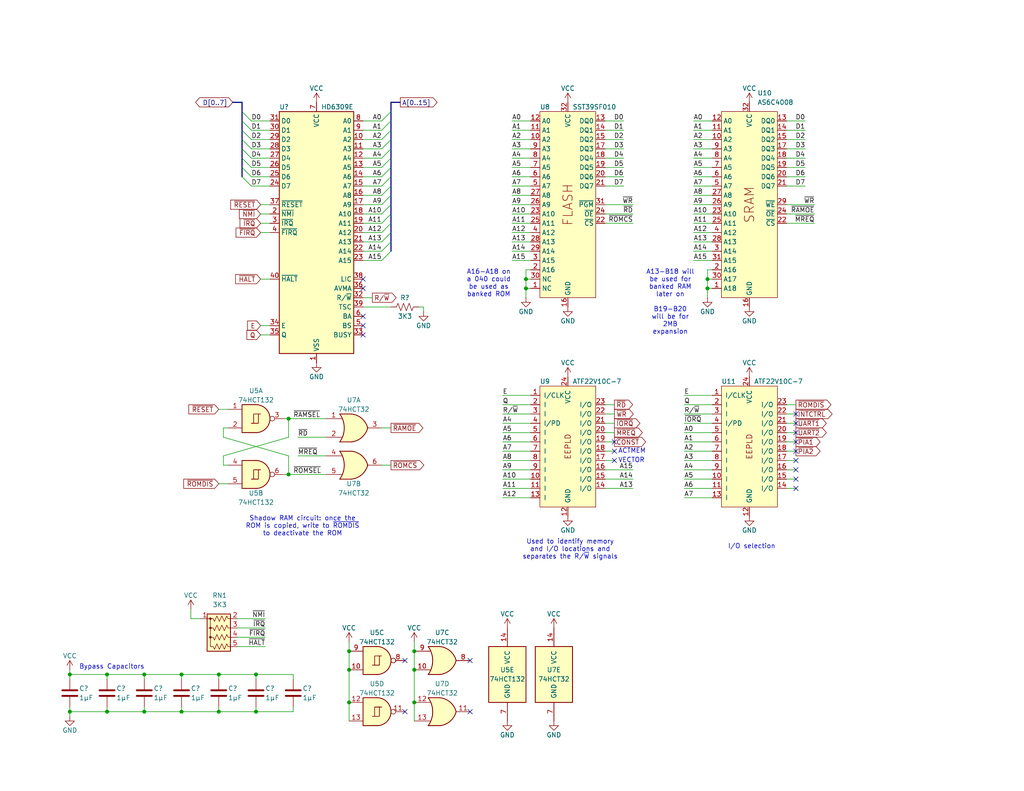
<source format=kicad_sch>
(kicad_sch (version 20230121) (generator eeschema)
  (paper "USLetter")
  (title_block (title "CPU, ROM and RAM") (date "2024-01-03") (rev "1.0") (company "Frédéric Segard") (comment 1 "MicroHobbyist") (comment 2 "www.microhobbyist.com"))
  (lib_symbols
    (symbol "0_Library:AS6C4008"
      (property "Reference" "U" (at -7.62 0.635 0))
      (property "Value" "AS6C4008" (at 1.27 0.635 0))
      (symbol "AS6C4008_0_0"
        (text "SRAM" (at 0 -25.4 900) (effects (font (size 2.54 2.54))))
        (pin power_in line (at 0 -53.34 90) (length 2.54) (name "GND") (number "16"))
        (pin power_in line (at 0 2.54 270) (length 2.54) (name "VCC") (number "32"))
      )
      (symbol "AS6C4008_1_1"
        (pin input line (at -10.16 -48.26 0) (length 2.54) (name "A18") (number "1"))
        (pin input line (at -10.16 -7.62 0) (length 2.54) (name "A2") (number "10"))
        (pin input line (at -10.16 -5.08 0) (length 2.54) (name "A1") (number "11"))
        (pin input line (at -10.16 -2.54 0) (length 2.54) (name "A0") (number "12"))
        (pin tri_state line (at 10.16 -2.54 180) (length 2.54) (name "DQ0") (number "13"))
        (pin tri_state line (at 10.16 -5.08 180) (length 2.54) (name "DQ1") (number "14"))
        (pin tri_state line (at 10.16 -7.62 180) (length 2.54) (name "DQ2") (number "15"))
        (pin tri_state line (at 10.16 -10.16 180) (length 2.54) (name "DQ3") (number "17"))
        (pin tri_state line (at 10.16 -12.7 180) (length 2.54) (name "DQ4") (number "18"))
        (pin tri_state line (at 10.16 -15.24 180) (length 2.54) (name "DQ5") (number "19"))
        (pin input line (at -10.16 -43.18 0) (length 2.54) (name "A16") (number "2"))
        (pin tri_state line (at 10.16 -17.78 180) (length 2.54) (name "DQ6") (number "20"))
        (pin tri_state line (at 10.16 -20.32 180) (length 2.54) (name "DQ7") (number "21"))
        (pin input line (at 10.16 -30.48 180) (length 2.54) (name "~{CS}") (number "22"))
        (pin input line (at -10.16 -27.94 0) (length 2.54) (name "A10") (number "23"))
        (pin input line (at 10.16 -27.94 180) (length 2.54) (name "~{OE}") (number "24"))
        (pin input line (at -10.16 -30.48 0) (length 2.54) (name "A11") (number "25"))
        (pin input line (at -10.16 -25.4 0) (length 2.54) (name "A9") (number "26"))
        (pin input line (at -10.16 -22.86 0) (length 2.54) (name "A8") (number "27"))
        (pin input line (at -10.16 -35.56 0) (length 2.54) (name "A13") (number "28"))
        (pin input line (at 10.16 -25.4 180) (length 2.54) (name "~{WE}") (number "29"))
        (pin input line (at -10.16 -38.1 0) (length 2.54) (name "A14") (number "3"))
        (pin input line (at -10.16 -45.72 0) (length 2.54) (name "A17") (number "30"))
        (pin input line (at -10.16 -40.64 0) (length 2.54) (name "A15") (number "31"))
        (pin input line (at -10.16 -33.02 0) (length 2.54) (name "A12") (number "4"))
        (pin input line (at -10.16 -20.32 0) (length 2.54) (name "A7") (number "5"))
        (pin input line (at -10.16 -17.78 0) (length 2.54) (name "A6") (number "6"))
        (pin input line (at -10.16 -15.24 0) (length 2.54) (name "A5") (number "7"))
        (pin input line (at -10.16 -12.7 0) (length 2.54) (name "A4") (number "8"))
        (pin input line (at -10.16 -10.16 0) (length 2.54) (name "A3") (number "9"))
      )
    )
    (symbol "0_Library:ATF22V10C" (pin_names (offset 1.016))
      (property "Reference" "U" (at -7.62 0 0))
      (property "Value" "ATF22V10C" (at 1.27 0 0))
      (symbol "ATF22V10C_0_0"
        (text "EEPLD" (at 0 -17.78 900) (effects (font (size 1.4986 1.4986))))
      )
      (symbol "ATF22V10C_1_1"
        (pin input line (at -10.16 -3.81 0) (length 2.54) (name "I/CLK") (number "1"))
        (pin input line (at -10.16 -26.67 0) (length 2.54) (name "I") (number "10"))
        (pin input line (at -10.16 -29.21 0) (length 2.54) (name "I") (number "11"))
        (pin power_in line (at 0 -36.83 90) (length 2.54) (name "GND") (number "12"))
        (pin input line (at -10.16 -31.75 0) (length 2.54) (name "I") (number "13"))
        (pin bidirectional line (at 10.16 -29.21 180) (length 2.54) (name "I/O") (number "14"))
        (pin bidirectional line (at 10.16 -26.67 180) (length 2.54) (name "I/O") (number "15"))
        (pin bidirectional line (at 10.16 -24.13 180) (length 2.54) (name "I/O") (number "16"))
        (pin bidirectional line (at 10.16 -21.59 180) (length 2.54) (name "I/O") (number "17"))
        (pin bidirectional line (at 10.16 -19.05 180) (length 2.54) (name "I/O") (number "18"))
        (pin bidirectional line (at 10.16 -16.51 180) (length 2.54) (name "I/O") (number "19"))
        (pin input line (at -10.16 -6.35 0) (length 2.54) (name "I") (number "2"))
        (pin bidirectional line (at 10.16 -13.97 180) (length 2.54) (name "I/O") (number "20"))
        (pin bidirectional line (at 10.16 -11.43 180) (length 2.54) (name "I/O") (number "21"))
        (pin bidirectional line (at 10.16 -8.89 180) (length 2.54) (name "I/O") (number "22"))
        (pin bidirectional line (at 10.16 -6.35 180) (length 2.54) (name "I/O") (number "23"))
        (pin power_in line (at 0 1.27 270) (length 2.54) (name "VCC") (number "24"))
        (pin input line (at -10.16 -8.89 0) (length 2.54) (name "I") (number "3"))
        (pin input line (at -10.16 -11.43 0) (length 2.54) (name "I/PD") (number "4"))
        (pin input line (at -10.16 -13.97 0) (length 2.54) (name "I") (number "5"))
        (pin input line (at -10.16 -16.51 0) (length 2.54) (name "I") (number "6"))
        (pin input line (at -10.16 -19.05 0) (length 2.54) (name "I") (number "7"))
        (pin input line (at -10.16 -21.59 0) (length 2.54) (name "I") (number "8"))
        (pin input line (at -10.16 -24.13 0) (length 2.54) (name "I") (number "9"))
      )
    )
    (symbol "0_Library:SST39SF010"
      (property "Reference" "U" (at -7.62 0 0))
      (property "Value" "SST39SF010" (at 1.27 0 0))
      (symbol "SST39SF010_0_0"
        (text "FLASH" (at 0 -25.4 900) (effects (font (size 2.54 2.54))))
        (pin power_in line (at 0 -53.34 90) (length 2.54) (name "GND") (number "16"))
        (pin power_in line (at 0 2.54 270) (length 2.54) (name "VCC") (number "32"))
      )
      (symbol "SST39SF010_1_1"
        (pin input line (at -10.16 -48.26 0) (length 2.54) (name "NC") (number "1"))
        (pin input line (at -10.16 -7.62 0) (length 2.54) (name "A2") (number "10"))
        (pin input line (at -10.16 -5.08 0) (length 2.54) (name "A1") (number "11"))
        (pin input line (at -10.16 -2.54 0) (length 2.54) (name "A0") (number "12"))
        (pin tri_state line (at 10.16 -2.54 180) (length 2.54) (name "DQ0") (number "13"))
        (pin tri_state line (at 10.16 -5.08 180) (length 2.54) (name "DQ1") (number "14"))
        (pin tri_state line (at 10.16 -7.62 180) (length 2.54) (name "DQ2") (number "15"))
        (pin tri_state line (at 10.16 -10.16 180) (length 2.54) (name "DQ3") (number "17"))
        (pin tri_state line (at 10.16 -12.7 180) (length 2.54) (name "DQ4") (number "18"))
        (pin tri_state line (at 10.16 -15.24 180) (length 2.54) (name "DQ5") (number "19"))
        (pin input line (at -10.16 -43.18 0) (length 2.54) (name "A16") (number "2"))
        (pin tri_state line (at 10.16 -17.78 180) (length 2.54) (name "DQ6") (number "20"))
        (pin tri_state line (at 10.16 -20.32 180) (length 2.54) (name "DQ7") (number "21"))
        (pin input line (at 10.16 -30.48 180) (length 2.54) (name "~{CS}") (number "22"))
        (pin input line (at -10.16 -27.94 0) (length 2.54) (name "A10") (number "23"))
        (pin input line (at 10.16 -27.94 180) (length 2.54) (name "~{OE}") (number "24"))
        (pin input line (at -10.16 -30.48 0) (length 2.54) (name "A11") (number "25"))
        (pin input line (at -10.16 -25.4 0) (length 2.54) (name "A9") (number "26"))
        (pin input line (at -10.16 -22.86 0) (length 2.54) (name "A8") (number "27"))
        (pin input line (at -10.16 -35.56 0) (length 2.54) (name "A13") (number "28"))
        (pin input line (at -10.16 -38.1 0) (length 2.54) (name "A14") (number "29"))
        (pin input line (at -10.16 -40.64 0) (length 2.54) (name "A15") (number "3"))
        (pin input line (at -10.16 -45.72 0) (length 2.54) (name "NC") (number "30"))
        (pin input line (at 10.16 -25.4 180) (length 2.54) (name "~{PGM}") (number "31"))
        (pin input line (at -10.16 -33.02 0) (length 2.54) (name "A12") (number "4"))
        (pin input line (at -10.16 -20.32 0) (length 2.54) (name "A7") (number "5"))
        (pin input line (at -10.16 -17.78 0) (length 2.54) (name "A6") (number "6"))
        (pin input line (at -10.16 -15.24 0) (length 2.54) (name "A5") (number "7"))
        (pin input line (at -10.16 -12.7 0) (length 2.54) (name "A4") (number "8"))
        (pin input line (at -10.16 -10.16 0) (length 2.54) (name "A3") (number "9"))
      )
    )
    (symbol "74xx:74LS132" (pin_names (offset 1.016))
      (property "Reference" "U" (at 0 1.27 0))
      (property "Value" "74LS132" (at 0 -1.27 0))
      (symbol "74LS132_1_1"
        (pin input line (at -7.62 2.54 0) (length 3.81) (name "~") (number "1"))
        (pin input line (at -7.62 -2.54 0) (length 3.81) (name "~") (number "2"))
        (pin output inverted (at 7.62 0 180) (length 3.81) (name "~") (number "3"))
      )
      (symbol "74LS132_1_2"
        (pin input inverted (at -7.62 2.54 0) (length 4.318) (name "~") (number "1"))
        (pin input inverted (at -7.62 -2.54 0) (length 4.318) (name "~") (number "2"))
        (pin output line (at 7.62 0 180) (length 3.81) (name "~") (number "3"))
      )
      (symbol "74LS132_2_1"
        (pin input line (at -7.62 2.54 0) (length 3.81) (name "~") (number "4"))
        (pin input line (at -7.62 -2.54 0) (length 3.81) (name "~") (number "5"))
        (pin output inverted (at 7.62 0 180) (length 3.81) (name "~") (number "6"))
      )
      (symbol "74LS132_2_2"
        (pin input inverted (at -7.62 2.54 0) (length 4.318) (name "~") (number "4"))
        (pin input inverted (at -7.62 -2.54 0) (length 4.318) (name "~") (number "5"))
        (pin output line (at 7.62 0 180) (length 3.81) (name "~") (number "6"))
      )
      (symbol "74LS132_3_1"
        (pin input line (at -7.62 -2.54 0) (length 3.81) (name "~") (number "10"))
        (pin output inverted (at 7.62 0 180) (length 3.81) (name "~") (number "8"))
        (pin input line (at -7.62 2.54 0) (length 3.81) (name "~") (number "9"))
      )
      (symbol "74LS132_3_2"
        (pin input inverted (at -7.62 -2.54 0) (length 4.318) (name "~") (number "10"))
        (pin output line (at 7.62 0 180) (length 3.81) (name "~") (number "8"))
        (pin input inverted (at -7.62 2.54 0) (length 4.318) (name "~") (number "9"))
      )
      (symbol "74LS132_4_1"
        (pin output inverted (at 7.62 0 180) (length 3.81) (name "~") (number "11"))
        (pin input line (at -7.62 2.54 0) (length 3.81) (name "~") (number "12"))
        (pin input line (at -7.62 -2.54 0) (length 3.81) (name "~") (number "13"))
      )
      (symbol "74LS132_4_2"
        (pin output line (at 7.62 0 180) (length 3.81) (name "~") (number "11"))
        (pin input inverted (at -7.62 2.54 0) (length 4.318) (name "~") (number "12"))
        (pin input inverted (at -7.62 -2.54 0) (length 4.318) (name "~") (number "13"))
      )
      (symbol "74LS132_5_0"
        (pin power_in line (at 0 12.7 270) (length 5.08) (name "VCC") (number "14"))
        (pin power_in line (at 0 -12.7 90) (length 5.08) (name "GND") (number "7"))
      )
    )
    (symbol "74xx:74LS32" (pin_names (offset 1.016))
      (property "Reference" "U" (at 0 1.27 0))
      (property "Value" "74LS32" (at 0 -1.27 0))
      (symbol "74LS32_1_1"
        (pin input line (at -7.62 2.54 0) (length 4.318) (name "~") (number "1"))
        (pin input line (at -7.62 -2.54 0) (length 4.318) (name "~") (number "2"))
        (pin output line (at 7.62 0 180) (length 3.81) (name "~") (number "3"))
      )
      (symbol "74LS32_1_2"
        (pin input inverted (at -7.62 2.54 0) (length 3.81) (name "~") (number "1"))
        (pin input inverted (at -7.62 -2.54 0) (length 3.81) (name "~") (number "2"))
        (pin output inverted (at 7.62 0 180) (length 3.81) (name "~") (number "3"))
      )
      (symbol "74LS32_2_1"
        (pin input line (at -7.62 2.54 0) (length 4.318) (name "~") (number "4"))
        (pin input line (at -7.62 -2.54 0) (length 4.318) (name "~") (number "5"))
        (pin output line (at 7.62 0 180) (length 3.81) (name "~") (number "6"))
      )
      (symbol "74LS32_2_2"
        (pin input inverted (at -7.62 2.54 0) (length 3.81) (name "~") (number "4"))
        (pin input inverted (at -7.62 -2.54 0) (length 3.81) (name "~") (number "5"))
        (pin output inverted (at 7.62 0 180) (length 3.81) (name "~") (number "6"))
      )
      (symbol "74LS32_3_1"
        (pin input line (at -7.62 -2.54 0) (length 4.318) (name "~") (number "10"))
        (pin output line (at 7.62 0 180) (length 3.81) (name "~") (number "8"))
        (pin input line (at -7.62 2.54 0) (length 4.318) (name "~") (number "9"))
      )
      (symbol "74LS32_3_2"
        (pin input inverted (at -7.62 -2.54 0) (length 3.81) (name "~") (number "10"))
        (pin output inverted (at 7.62 0 180) (length 3.81) (name "~") (number "8"))
        (pin input inverted (at -7.62 2.54 0) (length 3.81) (name "~") (number "9"))
      )
      (symbol "74LS32_4_1"
        (pin output line (at 7.62 0 180) (length 3.81) (name "~") (number "11"))
        (pin input line (at -7.62 2.54 0) (length 4.318) (name "~") (number "12"))
        (pin input line (at -7.62 -2.54 0) (length 4.318) (name "~") (number "13"))
      )
      (symbol "74LS32_4_2"
        (pin output inverted (at 7.62 0 180) (length 3.81) (name "~") (number "11"))
        (pin input inverted (at -7.62 2.54 0) (length 3.81) (name "~") (number "12"))
        (pin input inverted (at -7.62 -2.54 0) (length 3.81) (name "~") (number "13"))
      )
      (symbol "74LS32_5_0"
        (pin power_in line (at 0 12.7 270) (length 5.08) (name "VCC") (number "14"))
        (pin power_in line (at 0 -12.7 90) (length 5.08) (name "GND") (number "7"))
      )
    )
    (symbol "CPU_NXP_6800:MC6809E"
      (property "Reference" "U" (at -7.62 34.544 0))
      (property "Value" "MC6809E" (at 10.16 34.544 0))
      (symbol "MC6809E_1_1"
        (pin power_in line (at 0 -35.56 90) (length 2.54) (name "VSS") (number "1"))
        (pin output line (at 12.7 25.4 180) (length 2.54) (name "A2") (number "10"))
        (pin output line (at 12.7 22.86 180) (length 2.54) (name "A3") (number "11"))
        (pin output line (at 12.7 20.32 180) (length 2.54) (name "A4") (number "12"))
        (pin output line (at 12.7 17.78 180) (length 2.54) (name "A5") (number "13"))
        (pin output line (at 12.7 15.24 180) (length 2.54) (name "A6") (number "14"))
        (pin output line (at 12.7 12.7 180) (length 2.54) (name "A7") (number "15"))
        (pin output line (at 12.7 10.16 180) (length 2.54) (name "A8") (number "16"))
        (pin output line (at 12.7 7.62 180) (length 2.54) (name "A9") (number "17"))
        (pin output line (at 12.7 5.08 180) (length 2.54) (name "A10") (number "18"))
        (pin output line (at 12.7 2.54 180) (length 2.54) (name "A11") (number "19"))
        (pin input line (at -12.7 5.08 0) (length 2.54) (name "~{NMI}") (number "2"))
        (pin output line (at 12.7 0 180) (length 2.54) (name "A12") (number "20"))
        (pin output line (at 12.7 -2.54 180) (length 2.54) (name "A13") (number "21"))
        (pin output line (at 12.7 -5.08 180) (length 2.54) (name "A14") (number "22"))
        (pin output line (at 12.7 -7.62 180) (length 2.54) (name "A15") (number "23"))
        (pin bidirectional line (at -12.7 12.7 0) (length 2.54) (name "D7") (number "24"))
        (pin bidirectional line (at -12.7 15.24 0) (length 2.54) (name "D6") (number "25"))
        (pin bidirectional line (at -12.7 17.78 0) (length 2.54) (name "D5") (number "26"))
        (pin bidirectional line (at -12.7 20.32 0) (length 2.54) (name "D4") (number "27"))
        (pin bidirectional line (at -12.7 22.86 0) (length 2.54) (name "D3") (number "28"))
        (pin bidirectional line (at -12.7 25.4 0) (length 2.54) (name "D2") (number "29"))
        (pin input line (at -12.7 2.54 0) (length 2.54) (name "~{IRQ}") (number "3"))
        (pin bidirectional line (at -12.7 27.94 0) (length 2.54) (name "D1") (number "30"))
        (pin bidirectional line (at -12.7 30.48 0) (length 2.54) (name "D0") (number "31"))
        (pin output line (at 12.7 -17.78 180) (length 2.54) (name "R/~{W}") (number "32"))
        (pin output line (at 12.7 -27.94 180) (length 2.54) (name "BUSY") (number "33"))
        (pin input line (at -12.7 -25.4 0) (length 2.54) (name "E") (number "34"))
        (pin input line (at -12.7 -27.94 0) (length 2.54) (name "Q") (number "35"))
        (pin output line (at 12.7 -15.24 180) (length 2.54) (name "AVMA") (number "36"))
        (pin input line (at -12.7 7.62 0) (length 2.54) (name "~{RESET}") (number "37"))
        (pin output line (at 12.7 -12.7 180) (length 2.54) (name "LIC") (number "38"))
        (pin output line (at 12.7 -20.32 180) (length 2.54) (name "TSC") (number "39"))
        (pin input line (at -12.7 0 0) (length 2.54) (name "~{FIRQ}") (number "4"))
        (pin input line (at -12.7 -12.7 0) (length 2.54) (name "~{HALT}") (number "40"))
        (pin output line (at 12.7 -25.4 180) (length 2.54) (name "BS") (number "5"))
        (pin output line (at 12.7 -22.86 180) (length 2.54) (name "BA") (number "6"))
        (pin power_in line (at 0 35.56 270) (length 2.54) (name "VCC") (number "7"))
        (pin output line (at 12.7 30.48 180) (length 2.54) (name "A0") (number "8"))
        (pin output line (at 12.7 27.94 180) (length 2.54) (name "A1") (number "9"))
      )
    )
    (symbol "Device:C" (pin_numbers hide) (pin_names (offset 0.254))
      (property "Reference" "C" (at 0.635 2.54 0))
      (property "Value" "C" (at 0.635 -2.54 0))
      (symbol "C_1_1"
        (pin passive line (at 0 3.81 270) (length 2.794) (name "~") (number "1"))
        (pin passive line (at 0 -3.81 90) (length 2.794) (name "~") (number "2"))
      )
    )
    (symbol "Device:R_Network04_US" (pin_names (offset 0) hide)
      (property "Reference" "RN" (at -7.62 0 90))
      (property "Value" "R_Network04_US" (at 5.08 0 90))
      (symbol "R_Network04_US_1_1"
        (pin passive line (at -5.08 5.08 270) (length 2.54) (name "common") (number "1"))
        (pin passive line (at -5.08 -5.08 90) (length 1.27) (name "R1") (number "2"))
        (pin passive line (at -2.54 -5.08 90) (length 1.27) (name "R2") (number "3"))
        (pin passive line (at 0 -5.08 90) (length 1.27) (name "R3") (number "4"))
        (pin passive line (at 2.54 -5.08 90) (length 1.27) (name "R4") (number "5"))
      )
    )
    (symbol "Device:R_US" (pin_numbers hide) (pin_names (offset 0))
      (property "Reference" "R" (at 2.54 0 90))
      (property "Value" "R_US" (at -2.54 0 90))
      (symbol "R_US_1_1"
        (pin passive line (at 0 3.81 270) (length 1.27) (name "~") (number "1"))
        (pin passive line (at 0 -3.81 90) (length 1.27) (name "~") (number "2"))
      )
    )
    (symbol "power:GND" (power) (pin_names (offset 0))
      (property "Value" "GND" (at 0 -3.81 0))
      (symbol "GND_1_1"
        (pin power_in line (at 0 0 270) (length 0) hide (name "GND") (number "1"))
      )
    )
    (symbol "power:VCC" (power) (pin_names (offset 0))
      (property "Value" "VCC" (at 0 3.81 0))
      (symbol "VCC_1_1"
        (pin power_in line (at 0 0 90) (length 0) hide (name "VCC") (number "1"))
      )
    )
  )
  (junction (at 143.51 78.74))
  (junction (at 19.05 194.31))
  (junction (at 29.21 194.31))
  (junction (at 113.03 177.8))
  (junction (at 78.74 114.3))
  (junction (at 193.04 76.2))
  (junction (at 78.74 129.54))
  (junction (at 95.25 177.8))
  (junction (at 49.53 194.31))
  (junction (at 193.04 78.74))
  (junction (at 29.21 184.15))
  (junction (at 143.51 76.2))
  (junction (at 39.37 194.31))
  (junction (at 95.25 191.77))
  (junction (at 59.69 184.15))
  (junction (at 49.53 184.15))
  (junction (at 69.85 194.31))
  (junction (at 69.85 184.15))
  (junction (at 19.05 184.15))
  (junction (at 95.25 182.88))
  (junction (at 39.37 184.15))
  (junction (at 113.03 182.88))
  (junction (at 113.03 191.77))
  (junction (at 59.69 194.31))
  (no_connect (at 167.64 125.73))
  (no_connect (at 128.27 194.31))
  (no_connect (at 167.64 123.19))
  (no_connect (at 99.06 88.9))
  (no_connect (at 99.06 86.36))
  (no_connect (at 217.17 113.03))
  (no_connect (at 217.17 120.65))
  (no_connect (at 217.17 123.19))
  (no_connect (at 99.06 76.2))
  (no_connect (at 110.49 180.34))
  (no_connect (at 217.17 125.73))
  (no_connect (at 99.06 78.74))
  (no_connect (at 167.64 120.65))
  (no_connect (at 217.17 115.57))
  (no_connect (at 128.27 180.34))
  (no_connect (at 99.06 91.44))
  (no_connect (at 217.17 133.35))
  (no_connect (at 110.49 194.31))
  (no_connect (at 217.17 118.11))
  (no_connect (at 217.17 130.81))
  (no_connect (at 217.17 128.27))
  (bus_entry (at 106.68 40.64) (size -2.54 2.54))
  (bus_entry (at 106.68 55.88) (size -2.54 2.54))
  (bus_entry (at 66.04 35.56) (size 2.54 2.54))
  (bus_entry (at 106.68 68.58) (size -2.54 2.54))
  (bus_entry (at 66.04 43.18) (size 2.54 2.54))
  (bus_entry (at 106.68 43.18) (size -2.54 2.54))
  (bus_entry (at 106.68 45.72) (size -2.54 2.54))
  (bus_entry (at 106.68 38.1) (size -2.54 2.54))
  (bus_entry (at 66.04 30.48) (size 2.54 2.54))
  (bus_entry (at 106.68 58.42) (size -2.54 2.54))
  (bus_entry (at 106.68 33.02) (size -2.54 2.54))
  (bus_entry (at 106.68 53.34) (size -2.54 2.54))
  (bus_entry (at 106.68 60.96) (size -2.54 2.54))
  (bus_entry (at 106.68 30.48) (size -2.54 2.54))
  (bus_entry (at 66.04 38.1) (size 2.54 2.54))
  (bus_entry (at 106.68 63.5) (size -2.54 2.54))
  (bus_entry (at 66.04 40.64) (size 2.54 2.54))
  (bus_entry (at 106.68 48.26) (size -2.54 2.54))
  (bus_entry (at 66.04 48.26) (size 2.54 2.54))
  (bus_entry (at 106.68 66.04) (size -2.54 2.54))
  (bus_entry (at 66.04 33.02) (size 2.54 2.54))
  (bus_entry (at 106.68 35.56) (size -2.54 2.54))
  (bus_entry (at 106.68 50.8) (size -2.54 2.54))
  (bus_entry (at 66.04 45.72) (size 2.54 2.54))
  (wire (pts (xy 219.71 50.8) (xy 214.63 50.8)))
  (wire (pts (xy 186.69 113.03) (xy 194.31 113.03)))
  (wire (pts (xy 194.31 40.64) (xy 189.23 40.64)))
  (wire (pts (xy 137.16 113.03) (xy 144.78 113.03)))
  (wire (pts (xy 78.74 114.3) (xy 78.74 119.38)))
  (wire (pts (xy 194.31 50.8) (xy 189.23 50.8)))
  (wire (pts (xy 60.96 116.84) (xy 60.96 119.38)))
  (wire (pts (xy 214.63 55.88) (xy 222.25 55.88)))
  (wire (pts (xy 219.71 45.72) (xy 214.63 45.72)))
  (bus (pts (xy 106.68 48.26) (xy 106.68 45.72)))
  (wire (pts (xy 68.58 33.02) (xy 73.66 33.02)))
  (wire (pts (xy 95.25 177.8) (xy 95.25 182.88)))
  (wire (pts (xy 193.04 78.74) (xy 194.31 78.74)))
  (wire (pts (xy 106.68 83.82) (xy 99.06 83.82)))
  (wire (pts (xy 68.58 48.26) (xy 73.66 48.26)))
  (wire (pts (xy 115.57 83.82) (xy 114.3 83.82)))
  (wire (pts (xy 143.51 78.74) (xy 144.78 78.74)))
  (wire (pts (xy 59.69 193.04) (xy 59.69 194.31)))
  (wire (pts (xy 78.74 124.46) (xy 78.74 129.54)))
  (wire (pts (xy 144.78 45.72) (xy 139.7 45.72)))
  (wire (pts (xy 60.96 124.46) (xy 60.96 127)))
  (wire (pts (xy 214.63 60.96) (xy 222.25 60.96)))
  (wire (pts (xy 64.77 171.45) (xy 72.39 171.45)))
  (wire (pts (xy 64.77 168.91) (xy 72.39 168.91)))
  (wire (pts (xy 68.58 50.8) (xy 73.66 50.8)))
  (wire (pts (xy 214.63 118.11) (xy 217.17 118.11)))
  (wire (pts (xy 170.18 38.1) (xy 165.1 38.1)))
  (wire (pts (xy 99.06 58.42) (xy 104.14 58.42)))
  (wire (pts (xy 95.25 191.77) (xy 95.25 196.85)))
  (wire (pts (xy 71.12 76.2) (xy 73.66 76.2)))
  (wire (pts (xy 143.51 76.2) (xy 144.78 76.2)))
  (wire (pts (xy 219.71 33.02) (xy 214.63 33.02)))
  (wire (pts (xy 99.06 35.56) (xy 104.14 35.56)))
  (wire (pts (xy 99.06 81.28) (xy 101.6 81.28)))
  (wire (pts (xy 64.77 173.99) (xy 72.39 173.99)))
  (wire (pts (xy 99.06 63.5) (xy 104.14 63.5)))
  (wire (pts (xy 99.06 45.72) (xy 104.14 45.72)))
  (wire (pts (xy 165.1 130.81) (xy 172.72 130.81)))
  (wire (pts (xy 165.1 113.03) (xy 167.64 113.03)))
  (wire (pts (xy 113.03 191.77) (xy 113.03 196.85)))
  (wire (pts (xy 99.06 68.58) (xy 104.14 68.58)))
  (wire (pts (xy 214.63 128.27) (xy 217.17 128.27)))
  (wire (pts (xy 99.06 53.34) (xy 104.14 53.34)))
  (wire (pts (xy 59.69 132.08) (xy 62.23 132.08)))
  (bus (pts (xy 66.04 30.48) (xy 66.04 27.94)))
  (wire (pts (xy 189.23 71.12) (xy 194.31 71.12)))
  (wire (pts (xy 144.78 55.88) (xy 139.7 55.88)))
  (wire (pts (xy 193.04 76.2) (xy 193.04 78.74)))
  (wire (pts (xy 19.05 194.31) (xy 29.21 194.31)))
  (bus (pts (xy 106.68 43.18) (xy 106.68 40.64)))
  (wire (pts (xy 99.06 38.1) (xy 104.14 38.1)))
  (bus (pts (xy 63.5 27.94) (xy 66.04 27.94)))
  (wire (pts (xy 186.69 130.81) (xy 194.31 130.81)))
  (wire (pts (xy 71.12 91.44) (xy 73.66 91.44)))
  (wire (pts (xy 137.16 130.81) (xy 144.78 130.81)))
  (wire (pts (xy 144.78 50.8) (xy 139.7 50.8)))
  (bus (pts (xy 106.68 50.8) (xy 106.68 48.26)))
  (bus (pts (xy 106.68 63.5) (xy 106.68 60.96)))
  (wire (pts (xy 170.18 45.72) (xy 165.1 45.72)))
  (wire (pts (xy 143.51 78.74) (xy 143.51 81.28)))
  (wire (pts (xy 137.16 110.49) (xy 144.78 110.49)))
  (wire (pts (xy 99.06 66.04) (xy 104.14 66.04)))
  (bus (pts (xy 106.68 60.96) (xy 106.68 58.42)))
  (wire (pts (xy 59.69 184.15) (xy 59.69 185.42)))
  (wire (pts (xy 69.85 193.04) (xy 69.85 194.31)))
  (wire (pts (xy 113.03 175.26) (xy 113.03 177.8)))
  (wire (pts (xy 77.47 129.54) (xy 78.74 129.54)))
  (wire (pts (xy 39.37 184.15) (xy 49.53 184.15)))
  (bus (pts (xy 106.68 66.04) (xy 106.68 63.5)))
  (wire (pts (xy 95.25 182.88) (xy 95.25 191.77)))
  (wire (pts (xy 214.63 133.35) (xy 217.17 133.35)))
  (wire (pts (xy 144.78 35.56) (xy 139.7 35.56)))
  (wire (pts (xy 194.31 55.88) (xy 189.23 55.88)))
  (wire (pts (xy 144.78 58.42) (xy 139.7 58.42)))
  (wire (pts (xy 137.16 107.95) (xy 144.78 107.95)))
  (wire (pts (xy 194.31 60.96) (xy 189.23 60.96)))
  (wire (pts (xy 19.05 194.31) (xy 19.05 195.58)))
  (wire (pts (xy 144.78 33.02) (xy 139.7 33.02)))
  (wire (pts (xy 68.58 35.56) (xy 73.66 35.56)))
  (wire (pts (xy 186.69 120.65) (xy 194.31 120.65)))
  (wire (pts (xy 193.04 78.74) (xy 193.04 81.28)))
  (wire (pts (xy 194.31 33.02) (xy 189.23 33.02)))
  (wire (pts (xy 186.69 125.73) (xy 194.31 125.73)))
  (wire (pts (xy 219.71 43.18) (xy 214.63 43.18)))
  (wire (pts (xy 186.69 107.95) (xy 194.31 107.95)))
  (bus (pts (xy 106.68 33.02) (xy 106.68 30.48)))
  (wire (pts (xy 214.63 120.65) (xy 217.17 120.65)))
  (wire (pts (xy 68.58 45.72) (xy 73.66 45.72)))
  (wire (pts (xy 194.31 66.04) (xy 189.23 66.04)))
  (bus (pts (xy 66.04 48.26) (xy 66.04 45.72)))
  (wire (pts (xy 104.14 127) (xy 106.68 127)))
  (wire (pts (xy 186.69 110.49) (xy 194.31 110.49)))
  (wire (pts (xy 194.31 73.66) (xy 193.04 73.66)))
  (wire (pts (xy 143.51 76.2) (xy 143.51 78.74)))
  (wire (pts (xy 165.1 120.65) (xy 167.64 120.65)))
  (wire (pts (xy 59.69 194.31) (xy 69.85 194.31)))
  (wire (pts (xy 144.78 53.34) (xy 139.7 53.34)))
  (wire (pts (xy 193.04 76.2) (xy 194.31 76.2)))
  (wire (pts (xy 113.03 182.88) (xy 113.03 191.77)))
  (wire (pts (xy 170.18 50.8) (xy 165.1 50.8)))
  (wire (pts (xy 49.53 193.04) (xy 49.53 194.31)))
  (wire (pts (xy 194.31 35.56) (xy 189.23 35.56)))
  (wire (pts (xy 137.16 125.73) (xy 144.78 125.73)))
  (wire (pts (xy 194.31 38.1) (xy 189.23 38.1)))
  (wire (pts (xy 186.69 128.27) (xy 194.31 128.27)))
  (wire (pts (xy 219.71 40.64) (xy 214.63 40.64)))
  (wire (pts (xy 71.12 55.88) (xy 73.66 55.88)))
  (wire (pts (xy 104.14 116.84) (xy 106.68 116.84)))
  (wire (pts (xy 39.37 193.04) (xy 39.37 194.31)))
  (wire (pts (xy 144.78 68.58) (xy 139.7 68.58)))
  (wire (pts (xy 81.28 119.38) (xy 88.9 119.38)))
  (wire (pts (xy 186.69 115.57) (xy 194.31 115.57)))
  (wire (pts (xy 214.63 115.57) (xy 217.17 115.57)))
  (wire (pts (xy 214.63 123.19) (xy 217.17 123.19)))
  (wire (pts (xy 78.74 119.38) (xy 60.96 124.46)))
  (wire (pts (xy 165.1 55.88) (xy 172.72 55.88)))
  (wire (pts (xy 39.37 194.31) (xy 49.53 194.31)))
  (wire (pts (xy 144.78 48.26) (xy 139.7 48.26)))
  (bus (pts (xy 66.04 45.72) (xy 66.04 43.18)))
  (wire (pts (xy 165.1 125.73) (xy 167.64 125.73)))
  (wire (pts (xy 170.18 33.02) (xy 165.1 33.02)))
  (wire (pts (xy 59.69 184.15) (xy 69.85 184.15)))
  (wire (pts (xy 59.69 111.76) (xy 62.23 111.76)))
  (wire (pts (xy 115.57 85.09) (xy 115.57 83.82)))
  (bus (pts (xy 106.68 40.64) (xy 106.68 38.1)))
  (wire (pts (xy 137.16 128.27) (xy 144.78 128.27)))
  (bus (pts (xy 106.68 27.94) (xy 109.22 27.94)))
  (wire (pts (xy 194.31 48.26) (xy 189.23 48.26)))
  (wire (pts (xy 144.78 66.04) (xy 139.7 66.04)))
  (wire (pts (xy 165.1 128.27) (xy 172.72 128.27)))
  (wire (pts (xy 68.58 43.18) (xy 73.66 43.18)))
  (wire (pts (xy 71.12 88.9) (xy 73.66 88.9)))
  (wire (pts (xy 144.78 43.18) (xy 139.7 43.18)))
  (wire (pts (xy 29.21 193.04) (xy 29.21 194.31)))
  (wire (pts (xy 194.31 68.58) (xy 189.23 68.58)))
  (wire (pts (xy 99.06 71.12) (xy 104.14 71.12)))
  (wire (pts (xy 165.1 115.57) (xy 167.64 115.57)))
  (wire (pts (xy 71.12 63.5) (xy 73.66 63.5)))
  (wire (pts (xy 186.69 135.89) (xy 194.31 135.89)))
  (bus (pts (xy 66.04 43.18) (xy 66.04 40.64)))
  (wire (pts (xy 49.53 184.15) (xy 49.53 185.42)))
  (wire (pts (xy 69.85 194.31) (xy 80.01 194.31)))
  (wire (pts (xy 19.05 182.88) (xy 19.05 184.15)))
  (wire (pts (xy 165.1 110.49) (xy 167.64 110.49)))
  (wire (pts (xy 69.85 184.15) (xy 80.01 184.15)))
  (wire (pts (xy 186.69 123.19) (xy 194.31 123.19)))
  (wire (pts (xy 137.16 123.19) (xy 144.78 123.19)))
  (wire (pts (xy 99.06 50.8) (xy 104.14 50.8)))
  (bus (pts (xy 106.68 35.56) (xy 106.68 33.02)))
  (wire (pts (xy 172.72 133.35) (xy 165.1 133.35)))
  (wire (pts (xy 170.18 40.64) (xy 165.1 40.64)))
  (wire (pts (xy 77.47 114.3) (xy 78.74 114.3)))
  (wire (pts (xy 143.51 73.66) (xy 144.78 73.66)))
  (wire (pts (xy 194.31 58.42) (xy 189.23 58.42)))
  (wire (pts (xy 60.96 119.38) (xy 78.74 124.46)))
  (wire (pts (xy 139.7 71.12) (xy 144.78 71.12)))
  (wire (pts (xy 80.01 193.04) (xy 80.01 194.31)))
  (wire (pts (xy 214.63 110.49) (xy 217.17 110.49)))
  (bus (pts (xy 106.68 68.58) (xy 106.68 66.04)))
  (wire (pts (xy 144.78 38.1) (xy 139.7 38.1)))
  (wire (pts (xy 165.1 123.19) (xy 167.64 123.19)))
  (wire (pts (xy 62.23 116.84) (xy 60.96 116.84)))
  (wire (pts (xy 143.51 73.66) (xy 143.51 76.2)))
  (wire (pts (xy 165.1 60.96) (xy 172.72 60.96)))
  (wire (pts (xy 68.58 38.1) (xy 73.66 38.1)))
  (bus (pts (xy 106.68 53.34) (xy 106.68 50.8)))
  (wire (pts (xy 29.21 184.15) (xy 29.21 185.42)))
  (wire (pts (xy 186.69 133.35) (xy 194.31 133.35)))
  (bus (pts (xy 66.04 38.1) (xy 66.04 35.56)))
  (bus (pts (xy 66.04 35.56) (xy 66.04 33.02)))
  (wire (pts (xy 99.06 33.02) (xy 104.14 33.02)))
  (wire (pts (xy 95.25 175.26) (xy 95.25 177.8)))
  (wire (pts (xy 137.16 118.11) (xy 144.78 118.11)))
  (wire (pts (xy 52.07 166.37) (xy 52.07 168.91)))
  (wire (pts (xy 194.31 43.18) (xy 189.23 43.18)))
  (wire (pts (xy 64.77 176.53) (xy 72.39 176.53)))
  (wire (pts (xy 137.16 135.89) (xy 144.78 135.89)))
  (wire (pts (xy 194.31 63.5) (xy 189.23 63.5)))
  (wire (pts (xy 78.74 129.54) (xy 88.9 129.54)))
  (wire (pts (xy 219.71 38.1) (xy 214.63 38.1)))
  (wire (pts (xy 137.16 115.57) (xy 144.78 115.57)))
  (wire (pts (xy 49.53 184.15) (xy 59.69 184.15)))
  (wire (pts (xy 170.18 48.26) (xy 165.1 48.26)))
  (wire (pts (xy 219.71 48.26) (xy 214.63 48.26)))
  (wire (pts (xy 99.06 48.26) (xy 104.14 48.26)))
  (wire (pts (xy 144.78 40.64) (xy 139.7 40.64)))
  (wire (pts (xy 71.12 60.96) (xy 73.66 60.96)))
  (bus (pts (xy 106.68 30.48) (xy 106.68 27.94)))
  (wire (pts (xy 60.96 127) (xy 62.23 127)))
  (wire (pts (xy 170.18 43.18) (xy 165.1 43.18)))
  (wire (pts (xy 19.05 193.04) (xy 19.05 194.31)))
  (wire (pts (xy 68.58 40.64) (xy 73.66 40.64)))
  (wire (pts (xy 193.04 73.66) (xy 193.04 76.2)))
  (wire (pts (xy 80.01 184.15) (xy 80.01 185.42)))
  (wire (pts (xy 19.05 184.15) (xy 19.05 185.42)))
  (wire (pts (xy 144.78 63.5) (xy 139.7 63.5)))
  (wire (pts (xy 186.69 118.11) (xy 194.31 118.11)))
  (wire (pts (xy 194.31 53.34) (xy 189.23 53.34)))
  (wire (pts (xy 99.06 40.64) (xy 104.14 40.64)))
  (wire (pts (xy 170.18 35.56) (xy 165.1 35.56)))
  (wire (pts (xy 194.31 45.72) (xy 189.23 45.72)))
  (wire (pts (xy 214.63 58.42) (xy 222.25 58.42)))
  (bus (pts (xy 66.04 33.02) (xy 66.04 30.48)))
  (wire (pts (xy 29.21 184.15) (xy 39.37 184.15)))
  (wire (pts (xy 71.12 58.42) (xy 73.66 58.42)))
  (bus (pts (xy 106.68 38.1) (xy 106.68 35.56)))
  (wire (pts (xy 165.1 118.11) (xy 167.64 118.11)))
  (bus (pts (xy 106.68 45.72) (xy 106.68 43.18)))
  (wire (pts (xy 137.16 133.35) (xy 144.78 133.35)))
  (wire (pts (xy 99.06 43.18) (xy 104.14 43.18)))
  (wire (pts (xy 113.03 177.8) (xy 113.03 182.88)))
  (wire (pts (xy 137.16 120.65) (xy 144.78 120.65)))
  (bus (pts (xy 106.68 58.42) (xy 106.68 55.88)))
  (wire (pts (xy 81.28 124.46) (xy 88.9 124.46)))
  (wire (pts (xy 29.21 194.31) (xy 39.37 194.31)))
  (wire (pts (xy 144.78 60.96) (xy 139.7 60.96)))
  (bus (pts (xy 106.68 55.88) (xy 106.68 53.34)))
  (wire (pts (xy 99.06 60.96) (xy 104.14 60.96)))
  (wire (pts (xy 165.1 58.42) (xy 172.72 58.42)))
  (wire (pts (xy 214.63 113.03) (xy 217.17 113.03)))
  (wire (pts (xy 69.85 184.15) (xy 69.85 185.42)))
  (wire (pts (xy 214.63 125.73) (xy 217.17 125.73)))
  (wire (pts (xy 39.37 184.15) (xy 39.37 185.42)))
  (wire (pts (xy 99.06 55.88) (xy 104.14 55.88)))
  (wire (pts (xy 19.05 184.15) (xy 29.21 184.15)))
  (bus (pts (xy 66.04 40.64) (xy 66.04 38.1)))
  (wire (pts (xy 78.74 114.3) (xy 88.9 114.3)))
  (wire (pts (xy 219.71 35.56) (xy 214.63 35.56)))
  (wire (pts (xy 214.63 130.81) (xy 217.17 130.81)))
  (wire (pts (xy 52.07 168.91) (xy 54.61 168.91)))
  (wire (pts (xy 49.53 194.31) (xy 59.69 194.31)))
  (text_box "Used to identify memory and I/O locations and separates the R/~{W} signals" (at 140.97 146.05 0) (size 29.21 8.89) (stroke (width -0.0001)) (effects (font (size 1.27 1.27)) (justify top)))
  (text_box "A16-A18 on a 040 could be used as banked ROM" (at 125.73 72.39 0) (size 15.24 8.89) (stroke (width -0.0001)) (effects (font (size 1.27 1.27)) (justify top)))
  (text_box "Shadow RAM circuit: once the ROM is copied, write to ~{ROMDIS} to deactivate the ROM" (at 66.04 139.7 0) (size 33.02 7.62) (stroke (width -0.0001)) (effects (font (size 1.27 1.27)) (justify top)))
  (text_box "A13-B18 will be used for banked RAM later on\n\nB19-B20 will be for 2MB expansion" (at 175.26 72.39 0) (size 15.24 17.78) (stroke (width -0.0001)) (effects (font (size 1.27 1.27)) (justify top)))
  (text_box "I/O selection" (at 190.5 147.32 0) (size 29.21 8.89) (stroke (width -0.0001)) (effects (font (size 1.27 1.27)) (justify top)))
  (text "VECTOR" (at 168.656 126.492 0) (effects (font (size 1.27 1.27)) (justify left bottom)))
  (text "Bypass Capacitors" (at 21.59 182.88 0) (effects (font (size 1.27 1.27)) (justify left bottom)))
  (text "ACTMEM" (at 168.656 123.952 0) (effects (font (size 1.27 1.27)) (justify left bottom)))
  (label "A14" (at 189.23 68.58 0))
  (label "A9" (at 137.16 128.27 0))
  (label "A6" (at 137.16 120.65 0))
  (label "A10" (at 189.23 58.42 0))
  (label "E" (at 186.69 107.95 0))
  (label "A10" (at 104.14 58.42 180))
  (label "A2" (at 104.14 38.1 180))
  (label "A5" (at 139.7 45.72 0))
  (label "A5" (at 104.14 45.72 180))
  (label "A4" (at 137.16 115.57 0))
  (label "D7" (at 219.71 50.8 180))
  (label "D2" (at 170.18 38.1 180))
  (label "A2" (at 186.69 123.19 0))
  (label "A7" (at 137.16 123.19 0))
  (label "A15" (at 172.72 128.27 180))
  (label "A15" (at 189.23 71.12 0))
  (label "A8" (at 139.7 53.34 0))
  (label "D0" (at 170.18 33.02 180))
  (label "D1" (at 170.18 35.56 180))
  (label "D5" (at 170.18 45.72 180))
  (label "~{MREQ}" (at 222.25 60.96 180))
  (label "D0" (at 219.71 33.02 180))
  (label "A0" (at 139.7 33.02 0))
  (label "A14" (at 172.72 130.81 180))
  (label "A12" (at 104.14 63.5 180))
  (label "A8" (at 104.14 53.34 180))
  (label "D6" (at 219.71 48.26 180))
  (label "A6" (at 189.23 48.26 0))
  (label "~{WR}" (at 222.25 55.88 180))
  (label "A3" (at 189.23 40.64 0))
  (label "A10" (at 139.7 58.42 0))
  (label "A4" (at 104.14 43.18 180))
  (label "~{IRQ}" (at 72.39 171.45 180))
  (label "A4" (at 186.69 128.27 0))
  (label "A9" (at 104.14 55.88 180))
  (label "~{FIRQ}" (at 72.39 173.99 180))
  (label "A10" (at 137.16 130.81 0))
  (label "A9" (at 139.7 55.88 0))
  (label "A6" (at 139.7 48.26 0))
  (label "A11" (at 104.14 60.96 180))
  (label "A3" (at 104.14 40.64 180))
  (label "A7" (at 186.69 135.89 0))
  (label "A1" (at 189.23 35.56 0))
  (label "A5" (at 137.16 118.11 0))
  (label "D4" (at 68.58 43.18 0))
  (label "A14" (at 104.14 68.58 180))
  (label "D1" (at 219.71 35.56 180))
  (label "A9" (at 189.23 55.88 0))
  (label "A1" (at 186.69 120.65 0))
  (label "A13" (at 104.14 66.04 180))
  (label "A5" (at 186.69 130.81 0))
  (label "A0" (at 104.14 33.02 180))
  (label "~{RAMOE}" (at 222.25 58.42 180))
  (label "A11" (at 139.7 60.96 0))
  (label "A11" (at 189.23 60.96 0))
  (label "A8" (at 137.16 125.73 0))
  (label "D3" (at 68.58 40.64 0))
  (label "~{NMI}" (at 72.39 168.91 180))
  (label "~{MREQ}" (at 81.28 124.46 0))
  (label "A15" (at 104.14 71.12 180))
  (label "D4" (at 219.71 43.18 180))
  (label "D6" (at 170.18 48.26 180))
  (label "D2" (at 219.71 38.1 180))
  (label "A11" (at 137.16 133.35 0))
  (label "D5" (at 219.71 45.72 180))
  (label "A3" (at 139.7 40.64 0))
  (label "A12" (at 189.23 63.5 0))
  (label "A7" (at 139.7 50.8 0))
  (label "A13" (at 139.7 66.04 0))
  (label "A13" (at 189.23 66.04 0))
  (label "E" (at 137.16 107.95 0))
  (label "A1" (at 139.7 35.56 0))
  (label "A15" (at 139.7 71.12 0))
  (label "A12" (at 139.7 63.5 0))
  (label "A14" (at 139.7 68.58 0))
  (label "~{WR}" (at 172.72 55.88 180))
  (label "D4" (at 170.18 43.18 180))
  (label "R{slash}~{W}" (at 137.16 113.03 0))
  (label "A2" (at 139.7 38.1 0))
  (label "D6" (at 68.58 48.26 0))
  (label "A7" (at 104.14 50.8 180))
  (label "~{RD}" (at 172.72 58.42 180))
  (label "~{HALT}" (at 72.39 176.53 180))
  (label "~{IORQ}" (at 186.69 115.57 0))
  (label "D3" (at 170.18 40.64 180))
  (label "D7" (at 170.18 50.8 180))
  (label "D5" (at 68.58 45.72 0))
  (label "Q" (at 186.69 110.49 0))
  (label "D1" (at 68.58 35.56 0))
  (label "~{ROMSEL}" (at 80.01 129.54 0))
  (label "D7" (at 68.58 50.8 0))
  (label "D0" (at 68.58 33.02 0))
  (label "D3" (at 219.71 40.64 180))
  (label "~{RAMSEL}" (at 80.01 114.3 0))
  (label "~{RD}" (at 81.28 119.38 0))
  (label "Q" (at 137.16 110.49 0))
  (label "A4" (at 139.7 43.18 0))
  (label "A1" (at 104.14 35.56 180))
  (label "A8" (at 189.23 53.34 0))
  (label "A0" (at 186.69 118.11 0))
  (label "A5" (at 189.23 45.72 0))
  (label "~{ROMCS}" (at 172.72 60.96 180))
  (label "A13" (at 172.72 133.35 180))
  (label "A4" (at 189.23 43.18 0))
  (label "A7" (at 189.23 50.8 0))
  (label "A0" (at 189.23 33.02 0))
  (label "A12" (at 137.16 135.89 0))
  (label "A2" (at 189.23 38.1 0))
  (label "A6" (at 104.14 48.26 180))
  (label "D2" (at 68.58 38.1 0))
  (label "A3" (at 186.69 125.73 0))
  (label "A6" (at 186.69 133.35 0))
  (label "R{slash}~{W}" (at 186.69 113.03 0))
  (global_label "~{IRQ}" (shape input) (at 71.12 60.96 180) (property "Intersheetrefs" "${INTERSHEET_REFS}" (effects hide)))
  (global_label "~{RESET}" (shape input) (at 59.69 111.76 180) (property "Intersheetrefs" "${INTERSHEET_REFS}" (effects hide)))
  (global_label "~{RD}" (shape output) (at 167.64 110.49 0) (property "Intersheetrefs" "${INTERSHEET_REFS}" (effects hide)))
  (global_label "~{NMI}" (shape input) (at 71.12 58.42 180) (property "Intersheetrefs" "${INTERSHEET_REFS}" (effects hide)))
  (global_label "~{PIA2}" (shape output) (at 217.17 123.19 0) (property "Intersheetrefs" "${INTERSHEET_REFS}" (effects hide)))
  (global_label "~{IORQ}" (shape output) (at 167.64 115.57 0) (property "Intersheetrefs" "${INTERSHEET_REFS}" (effects hide)))
  (global_label "~{INTCTRL}" (shape output) (at 217.17 113.03 0) (property "Intersheetrefs" "${INTERSHEET_REFS}" (effects hide)))
  (global_label "A[0..15]" (shape output) (at 109.22 27.94 0) (property "Intersheetrefs" "${INTERSHEET_REFS}" (effects hide)))
  (global_label "R{slash}~{W}" (shape output) (at 101.6 81.28 0) (property "Intersheetrefs" "${INTERSHEET_REFS}" (effects hide)))
  (global_label "~{PIA1}" (shape output) (at 217.17 120.65 0) (property "Intersheetrefs" "${INTERSHEET_REFS}" (effects hide)))
  (global_label "~{ROMDIS}" (shape output) (at 217.17 110.49 0) (property "Intersheetrefs" "${INTERSHEET_REFS}" (effects hide)))
  (global_label "~{CONST}" (shape output) (at 167.64 120.65 0) (property "Intersheetrefs" "${INTERSHEET_REFS}" (effects hide)))
  (global_label "Q" (shape input) (at 71.12 91.44 180) (property "Intersheetrefs" "${INTERSHEET_REFS}" (effects hide)))
  (global_label "~{RESET}" (shape input) (at 71.12 55.88 180) (property "Intersheetrefs" "${INTERSHEET_REFS}" (effects hide)))
  (global_label "~{WR}" (shape output) (at 167.64 113.03 0) (property "Intersheetrefs" "${INTERSHEET_REFS}" (effects hide)))
  (global_label "D[0..7]" (shape bidirectional) (at 63.5 27.94 180) (property "Intersheetrefs" "${INTERSHEET_REFS}" (effects hide)))
  (global_label "~{ROMDIS}" (shape input) (at 59.69 132.08 180) (property "Intersheetrefs" "${INTERSHEET_REFS}" (effects hide)))
  (global_label "~{MREQ}" (shape output) (at 167.64 118.11 0) (property "Intersheetrefs" "${INTERSHEET_REFS}" (effects hide)))
  (global_label "~{FIRQ}" (shape input) (at 71.12 63.5 180) (property "Intersheetrefs" "${INTERSHEET_REFS}" (effects hide)))
  (global_label "~{ROMCS}" (shape output) (at 106.68 127 0) (property "Intersheetrefs" "${INTERSHEET_REFS}" (effects hide)))
  (global_label "E" (shape input) (at 71.12 88.9 180) (property "Intersheetrefs" "${INTERSHEET_REFS}" (effects hide)))
  (global_label "~{HALT}" (shape input) (at 71.12 76.2 180) (property "Intersheetrefs" "${INTERSHEET_REFS}" (effects hide)))
  (global_label "~{UART2}" (shape output) (at 217.17 118.11 0) (property "Intersheetrefs" "${INTERSHEET_REFS}" (effects hide)))
  (global_label "~{RAMOE}" (shape output) (at 106.68 116.84 0) (property "Intersheetrefs" "${INTERSHEET_REFS}" (effects hide)))
  (global_label "~{UART1}" (shape output) (at 217.17 115.57 0) (property "Intersheetrefs" "${INTERSHEET_REFS}" (effects hide)))
  (symbol (lib_id "power:GND") (at 143.51 81.28 0) (unit 1)
    (property "Reference" "#PWR?" (effects hide))
    (property "Value" "GND" (at 143.51 85.09 0))
    (instances (project "Ep3 - CPU, Memory and decode" (path "" (reference "#PWR?") (unit 1)) (path "" (reference "#PWR040") (unit 1))))
  )
  (symbol (lib_id "Device:C") (at 29.21 189.23 0) (unit 1)
    (property "Reference" "C?" (at 31.75 187.96 0) (effects (justify left)))
    (property "Value" "1µF" (at 31.75 190.5 0) (effects (justify left)))
    (instances (project "Ep3 - CPU, Memory and decode" (path "" (reference "C?") (unit 1)) (path "" (reference "C11") (unit 1))))
  )
  (symbol (lib_id "power:GND") (at 204.47 140.97 0) (unit 1)
    (property "Reference" "#PWR?" (effects hide))
    (property "Value" "GND" (at 204.47 144.78 0))
    (instances (project "Ep3 - CPU, Memory and decode" (path "" (reference "#PWR?") (unit 1)) (path "" (reference "#PWR051") (unit 1))))
  )
  (symbol (lib_id "power:GND") (at 193.04 81.28 0) (unit 1)
    (property "Reference" "#PWR?" (effects hide))
    (property "Value" "GND" (at 193.04 85.09 0))
    (instances (project "Ep3 - CPU, Memory and decode" (path "" (reference "#PWR?") (unit 1)) (path "" (reference "#PWR047") (unit 1))))
  )
  (symbol (lib_id "74xx:74LS32") (at 96.52 116.84 0) (unit 1)
    (property "Reference" "U7" (at 96.52 109.22 0))
    (property "Value" "74HCT32" (at 96.52 111.76 0))
    (property "Datasheet" "http://www.ti.com/lit/gpn/sn74LS32" (effects hide))
  )
  (symbol (lib_id "74xx:74LS132") (at 138.43 184.15 0) (unit 5)
    (property "Reference" "U5" (at 138.43 182.88 0))
    (property "Value" "74HCT132" (at 138.43 185.42 0))
    (property "Datasheet" "http://www.ti.com/lit/gpn/sn74LS132" (effects hide))
  )
  (symbol (lib_id "power:VCC") (at 151.13 171.45 0) (unit 1)
    (property "Reference" "#PWR?" (effects hide))
    (property "Value" "VCC" (at 151.13 167.64 0))
    (instances (project "Ep3 - CPU, Memory and decode" (path "" (reference "#PWR?") (unit 1)) (path "" (reference "#PWR041") (unit 1))))
  )
  (symbol (lib_id "0_Library:ATF22V10C") (at 204.47 104.14 0) (unit 1)
    (property "Reference" "U11" (at 196.85 104.14 0) (effects (justify left)))
    (property "Value" "ATF22V10C-7" (at 205.74 104.14 0) (effects (justify left)))
    (property "Footprint" "Package_DIP:DIP-24_W7.62mm" (effects hide))
    (property "Datasheet" "http://ww1.microchip.com/downloads/en/DeviceDoc/doc0735.pdf" (effects hide))
  )
  (symbol (lib_id "74xx:74LS32") (at 120.65 194.31 0) (unit 4)
    (property "Reference" "U7" (at 120.65 186.69 0))
    (property "Value" "74HCT32" (at 120.65 189.23 0))
    (property "Datasheet" "http://www.ti.com/lit/gpn/sn74LS32" (effects hide))
  )
  (symbol (lib_id "Device:C") (at 39.37 189.23 0) (unit 1)
    (property "Reference" "C?" (at 41.91 187.96 0) (effects (justify left)))
    (property "Value" "1µF" (at 41.91 190.5 0) (effects (justify left)))
    (instances (project "Ep3 - CPU, Memory and decode" (path "" (reference "C?") (unit 1)) (path "" (reference "C12") (unit 1))))
  )
  (symbol (lib_id "CPU_NXP_6800:MC6809E") (at 86.36 63.5 0) (unit 1)
    (property "Reference" "U?" (at 76.2 29.21 0) (effects (justify left)))
    (property "Value" "HD6309E" (at 87.63 29.21 0) (effects (justify left)))
    (property "Footprint" "Package_DIP:DIP-40_W15.24mm" (effects hide))
    (property "Datasheet" "http://pdf.datasheetcatalog.com/datasheet/motorola/MC68B09S.pdf" (effects hide))
    (instances (project "Ep3 - CPU, Memory and decode" (path "" (reference "U?") (unit 1)) (path "" (reference "U6") (unit 1))))
  )
  (symbol (lib_id "Device:C") (at 49.53 189.23 0) (unit 1)
    (property "Reference" "C?" (at 52.07 187.96 0) (effects (justify left)))
    (property "Value" "1µF" (at 52.07 190.5 0) (effects (justify left)))
    (instances (project "Ep3 - CPU, Memory and decode" (path "" (reference "C?") (unit 1)) (path "" (reference "C13") (unit 1))))
  )
  (symbol (lib_id "74xx:74LS132") (at 69.85 114.3 0) (unit 1)
    (property "Reference" "U5" (at 69.85 106.68 0))
    (property "Value" "74HCT132" (at 69.85 109.22 0))
    (property "Datasheet" "http://www.ti.com/lit/gpn/sn74LS132" (effects hide))
  )
  (symbol (lib_id "Device:R_US") (at 110.49 83.82 90) (unit 1)
    (property "Reference" "R?" (at 110.49 81.28 90))
    (property "Value" "3K3" (at 110.49 86.36 90))
    (instances (project "Ep3 - CPU, Memory and decode" (path "" (reference "R?") (unit 1)) (path "" (reference "R4") (unit 1))))
  )
  (symbol (lib_id "Device:C") (at 80.01 189.23 0) (unit 1)
    (property "Reference" "C?" (at 82.55 187.96 0) (effects (justify left)))
    (property "Value" "1µF" (at 82.55 190.5 0) (effects (justify left)))
    (instances (project "Ep3 - CPU, Memory and decode" (path "" (reference "C?") (unit 1)) (path "" (reference "C16") (unit 1))))
  )
  (symbol (lib_id "power:GND") (at 154.94 83.82 0) (unit 1)
    (property "Reference" "#PWR?" (effects hide))
    (property "Value" "GND" (at 154.94 87.63 0))
    (instances (project "Ep3 - CPU, Memory and decode" (path "" (reference "#PWR?") (unit 1)) (path "" (reference "#PWR044") (unit 1))))
  )
  (symbol (lib_id "power:VCC") (at 95.25 175.26 0) (unit 1)
    (property "Reference" "#PWR?" (effects hide))
    (property "Value" "VCC" (at 95.25 171.45 0))
    (instances (project "Ep3 - CPU, Memory and decode" (path "" (reference "#PWR?") (unit 1)) (path "" (reference "#PWR035") (unit 1))))
  )
  (symbol (lib_id "power:GND") (at 86.36 99.06 0) (unit 1)
    (property "Reference" "#PWR?" (effects hide))
    (property "Value" "GND" (at 86.36 102.87 0))
    (instances (project "Ep3 - CPU, Memory and decode" (path "" (reference "#PWR?") (unit 1)) (path "" (reference "#PWR034") (unit 1))))
  )
  (symbol (lib_id "power:VCC") (at 138.43 171.45 0) (unit 1)
    (property "Reference" "#PWR?" (effects hide))
    (property "Value" "VCC" (at 138.43 167.64 0))
    (instances (project "Ep3 - CPU, Memory and decode" (path "" (reference "#PWR?") (unit 1)) (path "" (reference "#PWR038") (unit 1))))
  )
  (symbol (lib_id "power:GND") (at 138.43 196.85 0) (unit 1)
    (property "Reference" "#PWR?" (effects hide))
    (property "Value" "GND" (at 138.43 200.66 0))
    (instances (project "Ep3 - CPU, Memory and decode" (path "" (reference "#PWR?") (unit 1)) (path "" (reference "#PWR039") (unit 1))))
  )
  (symbol (lib_id "power:GND") (at 204.47 83.82 0) (unit 1)
    (property "Reference" "#PWR?" (effects hide))
    (property "Value" "GND" (at 204.47 87.63 0))
    (instances (project "Ep3 - CPU, Memory and decode" (path "" (reference "#PWR?") (unit 1)) (path "" (reference "#PWR049") (unit 1))))
  )
  (symbol (lib_id "Device:C") (at 19.05 189.23 0) (unit 1)
    (property "Reference" "C?" (at 21.59 187.96 0) (effects (justify left)))
    (property "Value" "1µF" (at 21.59 190.5 0) (effects (justify left)))
    (instances (project "Ep3 - CPU, Memory and decode" (path "" (reference "C?") (unit 1)) (path "" (reference "C10") (unit 1))))
  )
  (symbol (lib_id "power:VCC") (at 86.36 27.94 0) (unit 1)
    (property "Reference" "#PWR?" (effects hide))
    (property "Value" "VCC" (at 86.36 24.13 0))
    (instances (project "Ep3 - CPU, Memory and decode" (path "" (reference "#PWR?") (unit 1)) (path "" (reference "#PWR033") (unit 1))))
  )
  (symbol (lib_id "0_Library:SST39SF010") (at 154.94 30.48 0) (unit 1)
    (property "Reference" "U8" (at 147.32 29.21 0) (effects (justify left)))
    (property "Value" "SST39SF010" (at 156.21 29.21 0) (effects (justify left)))
    (property "Footprint" "Package_DIP:DIP-32_W15.24mm" (effects hide))
    (property "Datasheet" "https://ww1.microchip.com/downloads/en/DeviceDoc/20005022C.pdf" (effects hide))
  )
  (symbol (lib_id "0_Library:ATF22V10C") (at 154.94 104.14 0) (unit 1)
    (property "Reference" "U9" (at 147.32 104.14 0) (effects (justify left)))
    (property "Value" "ATF22V10C-7" (at 156.21 104.14 0) (effects (justify left)))
    (property "Footprint" "Package_DIP:DIP-24_W7.62mm" (effects hide))
    (property "Datasheet" "http://ww1.microchip.com/downloads/en/DeviceDoc/doc0735.pdf" (effects hide))
  )
  (symbol (lib_id "Device:R_Network04_US") (at 59.69 173.99 90) (mirror x) (unit 1)
    (property "Reference" "RN1" (at 59.944 162.56 90))
    (property "Value" "3K3" (at 59.944 165.1 90))
    (property "Footprint" "Resistor_THT:R_Array_SIP5" (effects hide))
    (property "Datasheet" "http://www.vishay.com/docs/31509/csc.pdf" (effects hide))
  )
  (symbol (lib_id "74xx:74LS32") (at 120.65 180.34 0) (unit 3)
    (property "Reference" "U7" (at 120.65 172.72 0))
    (property "Value" "74HCT32" (at 120.65 175.26 0))
    (property "Datasheet" "http://www.ti.com/lit/gpn/sn74LS32" (effects hide))
  )
  (symbol (lib_id "74xx:74LS132") (at 69.85 129.54 0) (unit 2)
    (property "Reference" "U5" (at 69.85 134.62 0))
    (property "Value" "74HCT132" (at 69.85 137.16 0))
    (property "Datasheet" "http://www.ti.com/lit/gpn/sn74LS132" (effects hide))
  )
  (symbol (lib_id "74xx:74LS132") (at 102.87 180.34 0) (unit 3)
    (property "Reference" "U5" (at 102.87 172.72 0))
    (property "Value" "74HCT132" (at 102.87 175.26 0))
    (property "Datasheet" "http://www.ti.com/lit/gpn/sn74LS132" (effects hide))
  )
  (symbol (lib_id "power:VCC") (at 52.07 166.37 0) (unit 1)
    (property "Reference" "#PWR?" (effects hide))
    (property "Value" "VCC" (at 52.07 162.56 0))
    (instances (project "Ep3 - CPU, Memory and decode" (path "" (reference "#PWR?") (unit 1)) (path "" (reference "#PWR032") (unit 1))))
  )
  (symbol (lib_id "power:VCC") (at 19.05 182.88 0) (unit 1)
    (property "Reference" "#PWR?" (effects hide))
    (property "Value" "VCC" (at 19.05 179.07 0))
    (instances (project "Ep3 - CPU, Memory and decode" (path "" (reference "#PWR?") (unit 1)) (path "" (reference "#PWR030") (unit 1))))
  )
  (symbol (lib_id "Device:C") (at 69.85 189.23 0) (unit 1)
    (property "Reference" "C?" (at 72.39 187.96 0) (effects (justify left)))
    (property "Value" "1µF" (at 72.39 190.5 0) (effects (justify left)))
    (instances (project "Ep3 - CPU, Memory and decode" (path "" (reference "C?") (unit 1)) (path "" (reference "C15") (unit 1))))
  )
  (symbol (lib_id "power:VCC") (at 154.94 27.94 0) (unit 1)
    (property "Reference" "#PWR?" (effects hide))
    (property "Value" "VCC" (at 154.94 24.13 0))
    (instances (project "Ep3 - CPU, Memory and decode" (path "" (reference "#PWR?") (unit 1)) (path "" (reference "#PWR043") (unit 1))))
  )
  (symbol (lib_id "power:GND") (at 151.13 196.85 0) (unit 1)
    (property "Reference" "#PWR?" (effects hide))
    (property "Value" "GND" (at 151.13 200.66 0))
    (instances (project "Ep3 - CPU, Memory and decode" (path "" (reference "#PWR?") (unit 1)) (path "" (reference "#PWR042") (unit 1))))
  )
  (symbol (lib_id "0_Library:AS6C4008") (at 204.47 30.48 0) (unit 1)
    (property "Reference" "U10" (at 206.6641 25.4 0) (effects (justify left)))
    (property "Value" "AS6C4008" (at 206.6641 27.94 0) (effects (justify left)))
    (property "Footprint" "Package_DIP:DIP-32_W15.24mm" (effects hide))
    (property "Datasheet" "https://www.alliancememory.com/wp-content/uploads/pdf/AS6C4008.pdf" (effects hide))
  )
  (symbol (lib_id "power:VCC") (at 204.47 102.87 0) (unit 1)
    (property "Reference" "#PWR?" (effects hide))
    (property "Value" "VCC" (at 204.47 99.06 0))
    (instances (project "Ep3 - CPU, Memory and decode" (path "" (reference "#PWR?") (unit 1)) (path "" (reference "#PWR050") (unit 1))))
  )
  (symbol (lib_id "Device:C") (at 59.69 189.23 0) (unit 1)
    (property "Reference" "C?" (at 62.23 187.96 0) (effects (justify left)))
    (property "Value" "1µF" (at 62.23 190.5 0) (effects (justify left)))
    (instances (project "Ep3 - CPU, Memory and decode" (path "" (reference "C?") (unit 1)) (path "" (reference "C14") (unit 1))))
  )
  (symbol (lib_id "74xx:74LS32") (at 96.52 127 0) (unit 2)
    (property "Reference" "U7" (at 96.52 132.08 0))
    (property "Value" "74HCT32" (at 96.52 134.62 0))
    (property "Datasheet" "http://www.ti.com/lit/gpn/sn74LS32" (effects hide))
  )
  (symbol (lib_id "74xx:74LS132") (at 102.87 194.31 0) (unit 4)
    (property "Reference" "U5" (at 102.87 186.69 0))
    (property "Value" "74HCT132" (at 102.87 189.23 0))
    (property "Datasheet" "http://www.ti.com/lit/gpn/sn74LS132" (effects hide))
  )
  (symbol (lib_id "power:VCC") (at 204.47 27.94 0) (unit 1)
    (property "Reference" "#PWR?" (effects hide))
    (property "Value" "VCC" (at 204.47 24.13 0))
    (instances (project "Ep3 - CPU, Memory and decode" (path "" (reference "#PWR?") (unit 1)) (path "" (reference "#PWR048") (unit 1))))
  )
  (symbol (lib_id "power:GND") (at 154.94 140.97 0) (unit 1)
    (property "Reference" "#PWR?" (effects hide))
    (property "Value" "GND" (at 154.94 144.78 0))
    (instances (project "Ep3 - CPU, Memory and decode" (path "" (reference "#PWR?") (unit 1)) (path "" (reference "#PWR046") (unit 1))))
  )
  (symbol (lib_id "power:GND") (at 115.57 85.09 0) (unit 1)
    (property "Reference" "#PWR?" (effects hide))
    (property "Value" "GND" (at 115.57 88.9 0))
    (instances (project "Ep3 - CPU, Memory and decode" (path "" (reference "#PWR?") (unit 1)) (path "" (reference "#PWR037") (unit 1))))
  )
  (symbol (lib_id "power:VCC") (at 113.03 175.26 0) (unit 1)
    (property "Reference" "#PWR?" (effects hide))
    (property "Value" "VCC" (at 113.03 171.45 0))
    (instances (project "Ep3 - CPU, Memory and decode" (path "" (reference "#PWR?") (unit 1)) (path "" (reference "#PWR036") (unit 1))))
  )
  (symbol (lib_id "74xx:74LS32") (at 151.13 184.15 0) (unit 5)
    (property "Reference" "U7" (at 151.13 182.88 0))
    (property "Value" "74HCT32" (at 151.13 185.42 0))
    (property "Datasheet" "http://www.ti.com/lit/gpn/sn74LS32" (effects hide))
  )
  (symbol (lib_id "power:VCC") (at 154.94 102.87 0) (unit 1)
    (property "Reference" "#PWR?" (effects hide))
    (property "Value" "VCC" (at 154.94 99.06 0))
    (instances (project "Ep3 - CPU, Memory and decode" (path "" (reference "#PWR?") (unit 1)) (path "" (reference "#PWR045") (unit 1))))
  )
  (symbol (lib_id "power:GND") (at 19.05 195.58 0) (unit 1)
    (property "Reference" "#PWR?" (effects hide))
    (property "Value" "GND" (at 19.05 199.39 0))
    (instances (project "Ep3 - CPU, Memory and decode" (path "" (reference "#PWR?") (unit 1)) (path "" (reference "#PWR031") (unit 1))))
  )
)
</source>
